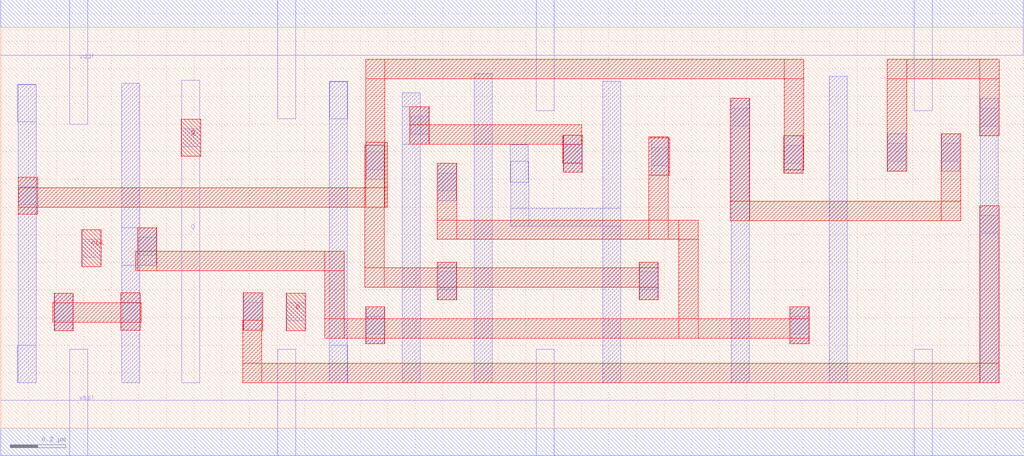
<source format=lef>
VERSION 5.8 ;
BUSBITCHARS "[]" ;
DIVIDERCHAR "/" ;

PROPERTYDEFINITIONS
  LAYER contactResistance REAL ;
END PROPERTYDEFINITIONS

UNITS
  DATABASE MICRONS 2000 ;
END UNITS
MANUFACTURINGGRID 0.0025 ;
LAYER OVERLAP
  TYPE OVERLAP ;
END OVERLAP

LAYER poly
  TYPE MASTERSLICE ;
END poly

LAYER contact
  TYPE CUT ;
  SPACING 0.075 ;
  PROPERTY contactResistance 10.5 ;
END contact

LAYER metal1
  TYPE ROUTING ;
  DIRECTION HORIZONTAL ;
  PITCH 0.19 0.19 ;
  WIDTH 0.065 ;
  SPACING 0.065 ;
  SPACING 0.065 SAMENET ;
  RESISTANCE RPERSQ 0.38 ;
END metal1

LAYER via1
  TYPE CUT ;
  SPACING 0.075 ;
  WIDTH 0.065 ;
  PROPERTY contactResistance 5.69 ;
END via1

LAYER metal2
  TYPE ROUTING ;
  DIRECTION VERTICAL ;
  PITCH 0.19 0.19 ;
  WIDTH 0.07 ;
  SPACING 0.075 ;
  SPACING 0.07 SAMENET ;
  RESISTANCE RPERSQ 0.25 ;
END metal2

LAYER via2
  TYPE CUT ;
  SPACING 0.085 ;
  WIDTH 0.07 ;
  PROPERTY contactResistance 11.39 ;
END via2

LAYER metal3
  TYPE ROUTING ;
  DIRECTION HORIZONTAL ;
  PITCH 0.19 0.19 ;
  WIDTH 0.07 ;
  SPACING 0.07 ;
  SPACING 0.07 SAMENET ;
  RESISTANCE RPERSQ 0.25 ;
END metal3

LAYER via3
  TYPE CUT ;
  SPACING 0.085 ;
  WIDTH 0.07 ;
  PROPERTY contactResistance 16.73 ;
END via3

LAYER metal4
  TYPE ROUTING ;
  DIRECTION VERTICAL ;
  PITCH 0.285 0.285 ;
  WIDTH 0.14 ;
  SPACING 0.14 ;
  SPACING 0.14 SAMENET ;
  RESISTANCE RPERSQ 0.25 ;
END metal4

LAYER via4
  TYPE CUT ;
  SPACING 0.16 ;
  WIDTH 0.14 ;
  PROPERTY contactResistance 21.44 ;
END via4

LAYER metal5
  TYPE ROUTING ;
  DIRECTION HORIZONTAL ;
  PITCH 0.285 0.285 ;
  WIDTH 0.14 ;
  SPACING 0.14 ;
  SPACING 0.14 SAMENET ;
  RESISTANCE RPERSQ 0.25 ;
END metal5

LAYER via5
  TYPE CUT ;
  SPACING 0.16 ;
  WIDTH 0.14 ;
  PROPERTY contactResistance 24.08 ;
END via5

LAYER metal6
  TYPE ROUTING ;
  DIRECTION VERTICAL ;
  PITCH 0.285 0.285 ;
  WIDTH 0.14 ;
  SPACING 0.14 ;
  SPACING 0.14 SAMENET ;
  RESISTANCE RPERSQ 0.25 ;
END metal6

LAYER via6
  TYPE CUT ;
  SPACING 0.16 ;
  WIDTH 0.14 ;
  PROPERTY contactResistance 11.39 ;
END via6

LAYER metal7
  TYPE ROUTING ;
  DIRECTION HORIZONTAL ;
  PITCH 0.855 0.855 ;
  WIDTH 0.4 ;
  SPACING 0.44 ;
  SPACING 0.44 SAMENET ;
  RESISTANCE RPERSQ 0.25 ;
END metal7

LAYER via7
  TYPE CUT ;
  SPACING 0.44 ;
  WIDTH 0.4 ;
  PROPERTY contactResistance 5.69 ;
END via7

LAYER metal8
  TYPE ROUTING ;
  DIRECTION VERTICAL ;
  PITCH 0.855 0.855 ;
  WIDTH 0.4 ;
  SPACING 0.44 ;
  SPACING 0.44 SAMENET ;
  RESISTANCE RPERSQ 0.25 ;
END metal8

LAYER via8
  TYPE CUT ;
  SPACING 0.44 ;
  WIDTH 0.4 ;
  PROPERTY contactResistance 16.73 ;
END via8

LAYER metal9
  TYPE ROUTING ;
  DIRECTION HORIZONTAL ;
  PITCH 1.71 1.71 ;
  WIDTH 0.8 ;
  SPACING 0.8 ;
  SPACING 0.8 SAMENET ;
  RESISTANCE RPERSQ 0.21 ;
END metal9

LAYER via9
  TYPE CUT ;
  SPACING 0.88 ;
  WIDTH 0.8 ;
  PROPERTY contactResistance 21.44 ;
END via9

LAYER metal10
  TYPE ROUTING ;
  DIRECTION VERTICAL ;
  PITCH 1.71 1.71 ;
  WIDTH 0.4 ;
  SPACING 0.8 ;
  SPACING 0.8 SAMENET ;
  RESISTANCE RPERSQ 0.21 ;
END metal10

VIARULE M2_M1 GENERATE
  LAYER metal1 ;
    ENCLOSURE 0 0.035 ;
  LAYER metal2 ;
    ENCLOSURE 0 0.035 ;
  LAYER via1 ;
    RECT -0.0325 -0.0325 0.0325 0.0325 ;
    SPACING 0.14 BY 0.14 ;
END M2_M1

VIARULE M3_M2 GENERATE
  LAYER metal2 ;
    ENCLOSURE 0 0.035 ;
  LAYER metal3 ;
    ENCLOSURE 0 0.035 ;
  LAYER via2 ;
    RECT -0.035 -0.035 0.035 0.035 ;
    SPACING 0.155 BY 0.155 ;
END M3_M2

VIARULE M4_M3 GENERATE
  LAYER metal3 ;
    ENCLOSURE 0 0.035 ;
  LAYER metal4 ;
    ENCLOSURE 0 0 ;
  LAYER via3 ;
    RECT -0.035 -0.035 0.035 0.035 ;
    SPACING 0.155 BY 0.155 ;
END M4_M3

VIARULE M5_M4 GENERATE
  LAYER metal4 ;
    ENCLOSURE 0 0 ;
  LAYER metal5 ;
    ENCLOSURE 0 0 ;
  LAYER via4 ;
    RECT -0.07 -0.07 0.07 0.07 ;
    SPACING 0.3 BY 0.3 ;
END M5_M4

VIARULE M6_M5 GENERATE
  LAYER metal5 ;
    ENCLOSURE 0 0 ;
  LAYER metal6 ;
    ENCLOSURE 0 0 ;
  LAYER via5 ;
    RECT -0.07 -0.07 0.07 0.07 ;
    SPACING 0.3 BY 0.3 ;
END M6_M5

VIARULE M7_M6 GENERATE
  LAYER metal6 ;
    ENCLOSURE 0 0 ;
  LAYER metal7 ;
    ENCLOSURE 0.13 0.13 ;
  LAYER via6 ;
    RECT -0.07 -0.07 0.07 0.07 ;
    SPACING 0.3 BY 0.3 ;
END M7_M6

VIARULE M8_M7 GENERATE
  LAYER metal7 ;
    ENCLOSURE 0 0 ;
  LAYER metal8 ;
    ENCLOSURE 0 0 ;
  LAYER via7 ;
    RECT -0.2 -0.2 0.2 0.2 ;
    SPACING 0.8 BY 0.8 ;
END M8_M7

VIARULE M9_M8 GENERATE
  LAYER metal8 ;
    ENCLOSURE 0 0 ;
  LAYER metal9 ;
    ENCLOSURE 0.2 0.2 ;
  LAYER via8 ;
    RECT -0.2 -0.2 0.2 0.2 ;
    SPACING 0.8 BY 0.8 ;
END M9_M8

VIARULE M10_M9 GENERATE
  LAYER metal9 ;
    ENCLOSURE 0 0 ;
  LAYER metal10 ;
    ENCLOSURE 0 0 ;
  LAYER via9 ;
    RECT -0.4 -0.4 0.4 0.4 ;
    SPACING 1.6 BY 1.6 ;
END M10_M9

VIARULE M1_POLY GENERATE
  LAYER poly ;
    ENCLOSURE 0 0 ;
  LAYER metal1 ;
    ENCLOSURE 0 0.035 ;
  LAYER contact ;
    RECT -0.0325 -0.0325 0.0325 0.0325 ;
    SPACING 0.14 BY 0.14 ;
END M1_POLY

VIA M2_M1_via DEFAULT
  LAYER metal1 ;
    RECT -0.0675 -0.0325 0.0675 0.0325 ;
  LAYER via1 ;
    RECT -0.0325 -0.0325 0.0325 0.0325 ;
  LAYER metal2 ;
    RECT -0.035 -0.0675 0.035 0.0675 ;
END M2_M1_via

VIA M3_M2_via DEFAULT
  LAYER metal2 ;
    RECT -0.035 -0.07 0.035 0.07 ;
  LAYER via2 ;
    RECT -0.035 -0.035 0.035 0.035 ;
  LAYER metal3 ;
    RECT -0.07 -0.035 0.07 0.035 ;
END M3_M2_via

VIA M4_M3_via DEFAULT
  LAYER metal3 ;
    RECT -0.07 -0.035 0.07 0.035 ;
  LAYER via3 ;
    RECT -0.035 -0.035 0.035 0.035 ;
  LAYER metal4 ;
    RECT -0.07 -0.07 0.07 0.07 ;
END M4_M3_via

VIA M5_M4_via DEFAULT
  LAYER metal4 ;
    RECT -0.07 -0.07 0.07 0.07 ;
  LAYER via4 ;
    RECT -0.07 -0.07 0.07 0.07 ;
  LAYER metal5 ;
    RECT -0.07 -0.07 0.07 0.07 ;
END M5_M4_via

VIA M6_M5_via DEFAULT
  LAYER metal5 ;
    RECT -0.07 -0.07 0.07 0.07 ;
  LAYER via5 ;
    RECT -0.07 -0.07 0.07 0.07 ;
  LAYER metal6 ;
    RECT -0.07 -0.07 0.07 0.07 ;
END M6_M5_via

VIA M7_M6_via DEFAULT
  LAYER metal6 ;
    RECT -0.07 -0.07 0.07 0.07 ;
  LAYER via6 ;
    RECT -0.07 -0.07 0.07 0.07 ;
  LAYER metal7 ;
    RECT -0.2 -0.2 0.2 0.2 ;
END M7_M6_via

VIA M8_M7_via DEFAULT
  LAYER metal7 ;
    RECT -0.2 -0.2 0.2 0.2 ;
  LAYER via7 ;
    RECT -0.2 -0.2 0.2 0.2 ;
  LAYER metal8 ;
    RECT -0.2 -0.2 0.2 0.2 ;
END M8_M7_via

VIA M9_M8_via DEFAULT
  LAYER metal8 ;
    RECT -0.2 -0.2 0.2 0.2 ;
  LAYER via8 ;
    RECT -0.2 -0.2 0.2 0.2 ;
  LAYER metal9 ;
    RECT -0.4 -0.4 0.4 0.4 ;
END M9_M8_via

VIA M10_M9_via DEFAULT
  LAYER metal9 ;
    RECT -0.4 -0.4 0.4 0.4 ;
  LAYER via9 ;
    RECT -0.4 -0.4 0.4 0.4 ;
  LAYER metal10 ;
    RECT -0.4 -0.4 0.4 0.4 ;
END M10_M9_via

VIA M2_M1_viaB DEFAULT
  LAYER metal1 ;
    RECT -0.0675 -0.0325 0.0675 0.0325 ;
  LAYER via1 ;
    RECT -0.0325 -0.0325 0.0325 0.0325 ;
  LAYER metal2 ;
    RECT -0.0675 -0.035 0.0675 0.035 ;
END M2_M1_viaB

VIA M2_M1_viaC DEFAULT
  LAYER metal1 ;
    RECT -0.0325 -0.0675 0.0325 0.0675 ;
  LAYER via1 ;
    RECT -0.0325 -0.0325 0.0325 0.0325 ;
  LAYER metal2 ;
    RECT -0.035 -0.0675 0.035 0.0675 ;
END M2_M1_viaC

VIA M3_M2_viaB DEFAULT
  LAYER metal2 ;
    RECT -0.035 -0.07 0.035 0.07 ;
  LAYER via2 ;
    RECT -0.035 -0.035 0.035 0.035 ;
  LAYER metal3 ;
    RECT -0.035 -0.07 0.035 0.07 ;
END M3_M2_viaB

VIA M3_M2_viaC DEFAULT
  LAYER metal2 ;
    RECT -0.07 -0.035 0.07 0.035 ;
  LAYER via2 ;
    RECT -0.035 -0.035 0.035 0.035 ;
  LAYER metal3 ;
    RECT -0.07 -0.035 0.07 0.035 ;
END M3_M2_viaC

VIA M4_M3_viaB DEFAULT
  LAYER metal3 ;
    RECT -0.035 -0.07 0.035 0.07 ;
  LAYER via3 ;
    RECT -0.035 -0.035 0.035 0.035 ;
  LAYER metal4 ;
    RECT -0.07 -0.07 0.07 0.07 ;
END M4_M3_viaB

SITE CoreSite
  CLASS CORE ;
  SIZE 0.005 BY 1.45 ;
END CoreSite

MACRO and2
  CLASS CORE ;
  ORIGIN 0 -0.1 ;
  FOREIGN and2 0 0.1 ;
  SIZE 0.8025 BY 1.45 ;
  SYMMETRY X Y ;
  SITE CoreSite ;
  PIN vdd!
    DIRECTION INOUT ;
    USE POWER ;
    SHAPE ABUTMENT ;
    PORT
      LAYER metal1 ;
        RECT 0 1.45 0.8025 1.65 ;
        RECT 0.6775 1.2375 0.7425 1.65 ;
        RECT 0.3025 1.26 0.3675 1.65 ;
    END
  END vdd!
  PIN vss!
    DIRECTION INOUT ;
    USE GROUND ;
    SHAPE ABUTMENT ;
    PORT
      LAYER metal1 ;
        RECT 0 0 0.8025 0.2 ;
        RECT 0.3025 0 0.3675 0.4225 ;
    END
  END vss!
  PIN A
    DIRECTION INPUT ;
    USE SIGNAL ;
    PORT
      LAYER metal1 ;
        RECT 0.335 0.6025 0.4 0.7375 ;
      LAYER metal2 ;
        RECT 0.3325 0.6025 0.4025 0.7375 ;
      LAYER via1 ;
        RECT 0.335 0.6375 0.4 0.7025 ;
    END
  END A
  PIN B
    DIRECTION INPUT ;
    USE SIGNAL ;
    PORT
      LAYER metal1 ;
        RECT 0.545 0.8925 0.61 1.0275 ;
      LAYER metal2 ;
        RECT 0.5425 0.8925 0.6125 1.0275 ;
      LAYER via1 ;
        RECT 0.545 0.9275 0.61 0.9925 ;
    END
  END B
  PIN Y
    DIRECTION OUTPUT ;
    USE SIGNAL ;
    PORT
      LAYER metal1 ;
        RECT 0.06 0.275 0.125 1.3725 ;
        RECT 0.0575 0.79 0.125 0.925 ;
      LAYER metal2 ;
        RECT 0.055 0.79 0.125 0.925 ;
      LAYER via1 ;
        RECT 0.0575 0.825 0.1225 0.89 ;
    END
  END Y
  OBS
    LAYER metal1 ;
      RECT 0.49 1.0925 0.555 1.36 ;
      RECT 0.2125 1.095 0.555 1.16 ;
      RECT 0.685 0.3475 0.75 1.1575 ;
      RECT 0.49 1.0925 0.75 1.1575 ;
      RECT 0.19 1.0225 0.255 1.1575 ;
      RECT 0.6775 0.315 0.7425 0.45 ;
  END
END and2

MACRO aoi21
  CLASS CORE ;
  ORIGIN 0 -0.1 ;
  FOREIGN aoi21 0 0.1 ;
  SIZE 0.75 BY 1.45 ;
  SYMMETRY X Y ;
  SITE CoreSite ;
  PIN vdd!
    DIRECTION INOUT ;
    USE POWER ;
    SHAPE ABUTMENT ;
    PORT
      LAYER metal1 ;
        RECT 0 1.45 0.75 1.65 ;
        RECT 0.06 1.0375 0.125 1.65 ;
    END
  END vdd!
  PIN vss!
    DIRECTION INOUT ;
    USE GROUND ;
    SHAPE ABUTMENT ;
    PORT
      LAYER metal1 ;
        RECT 0 0 0.75 0.2 ;
        RECT 0.625 0 0.69 0.36 ;
        RECT 0.06 0 0.125 0.4125 ;
    END
  END vss!
  PIN A
    DIRECTION INPUT ;
    USE SIGNAL ;
    PORT
      LAYER metal1 ;
        RECT 0.255 0.86 0.39 0.925 ;
      LAYER metal2 ;
        RECT 0.255 0.8575 0.39 0.9275 ;
      LAYER via1 ;
        RECT 0.29 0.86 0.355 0.925 ;
    END
  END A
  PIN B
    DIRECTION INPUT ;
    USE SIGNAL ;
    PORT
      LAYER metal1 ;
        RECT 0.48 0.7825 0.545 0.9175 ;
      LAYER metal2 ;
        RECT 0.4775 0.7825 0.5475 0.9175 ;
      LAYER via1 ;
        RECT 0.48 0.8175 0.545 0.8825 ;
    END
  END B
  PIN C
    DIRECTION INPUT ;
    USE SIGNAL ;
    PORT
      LAYER metal1 ;
        RECT 0.08 0.825 0.145 0.96 ;
      LAYER metal2 ;
        RECT 0.0775 0.825 0.1475 0.96 ;
      LAYER via1 ;
        RECT 0.08 0.86 0.145 0.925 ;
    END
  END C
  PIN Y
    DIRECTION OUTPUT ;
    USE SIGNAL ;
    PORT
      LAYER metal1 ;
        RECT 0.6375 0.79 0.7125 0.925 ;
        RECT 0.4375 1.0025 0.7025 1.0675 ;
        RECT 0.6375 0.575 0.7025 1.0675 ;
        RECT 0.2475 0.575 0.7025 0.64 ;
        RECT 0.4375 1.0025 0.5025 1.2175 ;
        RECT 0.2475 0.265 0.3125 0.64 ;
      LAYER metal2 ;
        RECT 0.645 0.79 0.715 0.925 ;
      LAYER via1 ;
        RECT 0.6475 0.825 0.7125 0.89 ;
    END
  END Y
  OBS
    LAYER metal1 ;
      RECT 0.625 1.1325 0.69 1.2725 ;
      RECT 0.2475 1.135 0.3125 1.275 ;
    LAYER metal2 ;
      RECT 0.245 1 0.315 1.275 ;
      RECT 0.6225 1 0.6925 1.2725 ;
      RECT 0.245 1 0.6925 1.07 ;
    LAYER via1 ;
      RECT 0.625 1.1725 0.69 1.2375 ;
      RECT 0.2475 1.175 0.3125 1.24 ;
  END
END aoi21

MACRO buf
  CLASS CORE ;
  ORIGIN 0 -0.1 ;
  FOREIGN buf 0 0.1 ;
  SIZE 0.605 BY 1.45 ;
  SYMMETRY X Y ;
  SITE CoreSite ;
  PIN vdd!
    DIRECTION INOUT ;
    USE POWER ;
    SHAPE ABUTMENT ;
    PORT
      LAYER metal1 ;
        RECT 0 1.45 0.605 1.65 ;
        RECT 0.27 1.23 0.335 1.65 ;
    END
  END vdd!
  PIN vss!
    DIRECTION INOUT ;
    USE GROUND ;
    SHAPE ABUTMENT ;
    PORT
      LAYER metal1 ;
        RECT 0 0 0.605 0.2 ;
        RECT 0.27 0 0.335 0.44 ;
    END
  END vss!
  PIN A
    DIRECTION INPUT ;
    USE SIGNAL ;
    PORT
      LAYER metal1 ;
        RECT 0.3225 0.7 0.3875 0.835 ;
      LAYER metal2 ;
        RECT 0.32 0.7 0.39 0.835 ;
      LAYER via1 ;
        RECT 0.3225 0.735 0.3875 0.8 ;
    END
  END A
  PIN Y
    DIRECTION OUTPUT ;
    USE SIGNAL ;
    PORT
      LAYER metal1 ;
        RECT 0.08 0.27 0.145 1.3725 ;
        RECT 0.0375 0.535 0.145 0.67 ;
      LAYER metal2 ;
        RECT 0.035 0.535 0.105 0.67 ;
      LAYER via1 ;
        RECT 0.0375 0.57 0.1025 0.635 ;
    END
  END Y
  OBS
    LAYER metal1 ;
      RECT 0.4575 0.265 0.5225 1.3725 ;
      RECT 0.4575 0.9725 0.5675 1.1075 ;
      RECT 0.21 0.9725 0.275 1.1075 ;
    LAYER metal2 ;
      RECT 0.5 0.9725 0.57 1.1075 ;
      RECT 0.2075 0.9725 0.2775 1.1075 ;
      RECT 0.2075 1.005 0.57 1.075 ;
    LAYER via1 ;
      RECT 0.5025 1.0075 0.5675 1.0725 ;
      RECT 0.21 1.0075 0.275 1.0725 ;
  END
END buf

MACRO dff
  CLASS CORE ;
  ORIGIN 0 -0.1 ;
  FOREIGN dff 0 0.1 ;
  SIZE 3.7025 BY 1.45 ;
  SYMMETRY X Y ;
  SITE CoreSite ;
  PIN vdd!
    DIRECTION INOUT ;
    USE POWER ;
    SHAPE ABUTMENT ;
    PORT
      LAYER metal1 ;
        RECT 0 1.45 3.7 1.65 ;
        RECT 3.305 1.2475 3.37 1.65 ;
        RECT 1.9375 1.2475 2.0025 1.65 ;
        RECT 1.0025 1.22 1.0675 1.65 ;
        RECT 0.25 1.2 0.315 1.65 ;
    END
  END vdd!
  PIN vss!
    DIRECTION INOUT ;
    USE GROUND ;
    SHAPE ABUTMENT ;
    PORT
      LAYER metal1 ;
        RECT 0 0 3.7025 0.2 ;
        RECT 3.305 0 3.37 0.385 ;
        RECT 1.9375 0 2.0025 0.385 ;
        RECT 1.0025 0 1.0675 0.385 ;
        RECT 0.25 0 0.315 0.385 ;
    END
  END vss!
  PIN CLK
    DIRECTION INPUT ;
    USE SIGNAL ;
    PORT
      LAYER metal1 ;
        RECT 0.295 0.6825 0.36 0.8175 ;
      LAYER metal2 ;
        RECT 0.2925 0.6825 0.3625 0.8175 ;
      LAYER via1 ;
        RECT 0.295 0.7175 0.36 0.7825 ;
    END
  END CLK
  PIN D
    DIRECTION INPUT ;
    USE SIGNAL ;
    PORT
      LAYER metal1 ;
        RECT 1.035 0.4525 1.1 0.5875 ;
      LAYER metal2 ;
        RECT 1.0325 0.4525 1.1025 0.5875 ;
      LAYER via1 ;
        RECT 1.035 0.4875 1.1 0.5525 ;
    END
  END D
  PIN Q
    DIRECTION OUTPUT ;
    USE SIGNAL ;
    PORT
      LAYER metal1 ;
        RECT 0.655 0.265 0.72 1.3575 ;
      LAYER metal2 ;
        RECT 0.6525 1.0825 0.7225 1.2175 ;
      LAYER via1 ;
        RECT 0.655 1.1175 0.72 1.1825 ;
    END
  END Q
  OBS
    LAYER metal1 ;
      RECT 2.1775 0.265 2.2425 1.355 ;
      RECT 1.8425 0.99 1.9075 1.125 ;
      RECT 1.845 0.83 1.91 1.065 ;
      RECT 1.845 0.83 2.2425 0.895 ;
      RECT 1.4525 0.265 1.5175 1.3125 ;
      RECT 1.4525 1.1275 1.5475 1.2625 ;
      RECT 1.19 1.22 1.255 1.355 ;
      RECT 1.1875 0.265 1.2525 1.3525 ;
      RECT 1.1875 0.265 1.255 0.4 ;
      RECT 0.4375 0.265 0.5025 1.3475 ;
      RECT 0.4375 0.69 0.5625 0.825 ;
      RECT 0.0625 0.265 0.1275 1.345 ;
      RECT 0.06 1.2075 0.1275 1.3425 ;
      RECT 0.0625 0.8725 0.13 1.0075 ;
      RECT 0.06 0.265 0.1275 0.4 ;
      RECT 3.545 0.265 3.61 1.2925 ;
      RECT 3.405 1.03 3.47 1.165 ;
      RECT 3.21 1.03 3.275 1.165 ;
      RECT 2.9975 0.265 3.0625 1.3725 ;
      RECT 2.8575 0.405 2.9225 0.54 ;
      RECT 2.835 1.0225 2.9 1.1575 ;
      RECT 2.6425 0.265 2.7075 1.2925 ;
      RECT 2.3525 1.015 2.4175 1.15 ;
      RECT 2.3125 0.565 2.3775 0.7 ;
      RECT 2.0375 1.025 2.1025 1.16 ;
      RECT 1.7125 0.265 1.7775 1.3825 ;
      RECT 1.5825 0.565 1.6475 0.7 ;
      RECT 1.5825 0.9225 1.6475 1.0575 ;
      RECT 1.3225 0.405 1.3875 0.54 ;
      RECT 1.3225 1 1.3875 1.135 ;
      RECT 0.88 0.455 0.945 0.59 ;
      RECT 0.195 0.4525 0.26 0.5875 ;
    LAYER metal2 ;
      RECT 3.5425 0.265 3.6125 0.905 ;
      RECT 0.8775 0.455 0.9475 0.59 ;
      RECT 0.875 0.265 0.945 0.49 ;
      RECT 0.875 0.265 3.6125 0.335 ;
      RECT 3.2075 1.365 3.6125 1.435 ;
      RECT 3.5425 1.1575 3.6125 1.435 ;
      RECT 3.2075 1.03 3.2775 1.435 ;
      RECT 2.64 0.85 2.71 1.2925 ;
      RECT 3.4025 0.85 3.4725 1.165 ;
      RECT 2.64 0.85 3.4725 0.92 ;
      RECT 2.345 0.7825 2.415 1.155 ;
      RECT 2.345 1.015 2.42 1.15 ;
      RECT 1.58 0.7825 1.65 1.0575 ;
      RECT 1.58 0.7825 2.5225 0.8525 ;
      RECT 2.4525 0.425 2.5225 0.8525 ;
      RECT 0.495 0.67 0.565 0.825 ;
      RECT 0.4875 0.67 1.2425 0.74 ;
      RECT 1.1725 0.425 1.2425 0.74 ;
      RECT 2.855 0.405 2.925 0.54 ;
      RECT 1.32 0.405 1.39 0.54 ;
      RECT 1.1725 0.425 2.925 0.495 ;
      RECT 1.32 1.365 2.905 1.435 ;
      RECT 2.835 1.035 2.905 1.435 ;
      RECT 1.32 0.9 1.39 1.435 ;
      RECT 2.8325 1.0225 2.9025 1.1575 ;
      RECT 1.32 0.9 1.3975 1.135 ;
      RECT 1.3175 0.61 1.3875 1.1225 ;
      RECT 0.0625 0.8725 0.1325 1.0075 ;
      RECT 0.0625 0.9 1.3975 0.97 ;
      RECT 2.31 0.565 2.38 0.7 ;
      RECT 1.58 0.565 1.65 0.7 ;
      RECT 1.3175 0.61 2.38 0.68 ;
      RECT 1.48 1.1275 1.55 1.2625 ;
      RECT 1.48 1.1275 2.1025 1.1975 ;
      RECT 2.035 1.025 2.105 1.16 ;
      RECT 2.0325 1.0575 2.105 1.16 ;
      RECT 0.435 0.455 0.505 0.59 ;
      RECT 0.1925 0.4525 0.2625 0.5875 ;
      RECT 0.1875 0.4825 0.5075 0.5525 ;
    LAYER via1 ;
      RECT 3.545 0.805 3.61 0.87 ;
      RECT 3.545 1.1925 3.61 1.2575 ;
      RECT 3.405 1.065 3.47 1.13 ;
      RECT 3.21 1.065 3.275 1.13 ;
      RECT 2.8575 0.44 2.9225 0.505 ;
      RECT 2.835 1.0575 2.9 1.1225 ;
      RECT 2.6425 1.1925 2.7075 1.2575 ;
      RECT 2.3525 1.05 2.4175 1.115 ;
      RECT 2.3125 0.6 2.3775 0.665 ;
      RECT 2.0375 1.06 2.1025 1.125 ;
      RECT 1.5825 0.6 1.6475 0.665 ;
      RECT 1.5825 0.9575 1.6475 1.0225 ;
      RECT 1.4825 1.1625 1.5475 1.2275 ;
      RECT 1.3225 0.44 1.3875 0.505 ;
      RECT 1.3225 1.035 1.3875 1.1 ;
      RECT 0.88 0.49 0.945 0.555 ;
      RECT 0.4975 0.725 0.5625 0.79 ;
      RECT 0.4375 0.49 0.5025 0.555 ;
      RECT 0.195 0.4875 0.26 0.5525 ;
      RECT 0.065 0.9075 0.13 0.9725 ;
  END
END dff

MACRO inv
  CLASS CORE ;
  ORIGIN 0 -0.1 ;
  FOREIGN inv 0 0.1 ;
  SIZE 0.385 BY 1.45 ;
  SYMMETRY X Y ;
  SITE CoreSite ;
  PIN vdd!
    DIRECTION INOUT ;
    USE POWER ;
    SHAPE ABUTMENT ;
    PORT
      LAYER metal1 ;
        RECT 0 1.45 0.385 1.65 ;
        RECT 0.06 1.23 0.125 1.65 ;
    END
  END vdd!
  PIN vss!
    DIRECTION INOUT ;
    USE GROUND ;
    SHAPE ABUTMENT ;
    PORT
      LAYER metal1 ;
        RECT 0 0 0.385 0.2 ;
        RECT 0.06 0 0.125 0.415 ;
    END
  END vss!
  PIN A
    DIRECTION INPUT ;
    USE SIGNAL ;
    PORT
      LAYER metal1 ;
        RECT 0.0925 0.825 0.1575 0.96 ;
      LAYER metal2 ;
        RECT 0.09 0.825 0.16 0.96 ;
      LAYER via1 ;
        RECT 0.0925 0.86 0.1575 0.925 ;
    END
  END A
  PIN Y
    DIRECTION OUTPUT ;
    USE SIGNAL ;
    PORT
      LAYER metal1 ;
        RECT 0.25 0.725 0.3375 0.86 ;
        RECT 0.25 0.28 0.315 1.3725 ;
      LAYER metal2 ;
        RECT 0.27 0.725 0.34 0.86 ;
      LAYER via1 ;
        RECT 0.2725 0.76 0.3375 0.825 ;
    END
  END Y
END inv

MACRO latch
  CLASS CORE ;
  ORIGIN 0 -0.1 ;
  FOREIGN latch 0 0.1 ;
  SIZE 1.8925 BY 1.45 ;
  SYMMETRY X Y ;
  SITE CoreSite ;
  PIN vdd!
    DIRECTION INOUT ;
    USE POWER ;
    SHAPE ABUTMENT ;
    PORT
      LAYER metal1 ;
        RECT 0 1.45 1.8925 1.65 ;
        RECT 1.5275 1.2475 1.5925 1.65 ;
        RECT 0.5925 1.22 0.6575 1.65 ;
        RECT 0.25 1.2 0.315 1.65 ;
    END
  END vdd!
  PIN vss!
    DIRECTION INOUT ;
    USE GROUND ;
    SHAPE ABUTMENT ;
    PORT
      LAYER metal1 ;
        RECT 0 0 1.8925 0.2 ;
        RECT 1.5275 0 1.5925 0.385 ;
        RECT 0.5925 0 0.6575 0.385 ;
        RECT 0.25 0 0.315 0.385 ;
    END
  END vss!
  PIN D
    DIRECTION INPUT ;
    USE SIGNAL ;
    PORT
      LAYER metal1 ;
        RECT 0.5925 0.4525 0.6575 0.5875 ;
      LAYER metal2 ;
        RECT 0.59 0.4525 0.66 0.5875 ;
      LAYER via1 ;
        RECT 0.5925 0.4875 0.6575 0.5525 ;
    END
  END D
  PIN EN
    DIRECTION INPUT ;
    USE SIGNAL ;
    PORT
      LAYER metal1 ;
        RECT 0.295 0.925 0.36 1.06 ;
      LAYER metal2 ;
        RECT 0.2925 0.925 0.3625 1.06 ;
      LAYER via1 ;
        RECT 0.295 0.96 0.36 1.025 ;
    END
  END EN
  PIN Q
    DIRECTION OUTPUT ;
    USE SIGNAL ;
    PORT
      LAYER metal1 ;
        RECT 1.7675 0.265 1.8325 1.355 ;
        RECT 1.4325 1.03 1.4975 1.165 ;
      LAYER metal2 ;
        RECT 1.765 0.89 1.835 1.355 ;
        RECT 1.4325 0.89 1.835 0.96 ;
        RECT 1.43 1.03 1.5025 1.165 ;
        RECT 1.4325 0.89 1.5025 1.165 ;
      LAYER via1 ;
        RECT 1.4325 1.065 1.4975 1.13 ;
        RECT 1.7675 1.255 1.8325 1.32 ;
    END
  END Q
  OBS
    LAYER metal1 ;
      RECT 0.78 1.22 0.845 1.355 ;
      RECT 0.7775 0.265 0.8425 1.3325 ;
      RECT 0.7775 0.265 0.845 0.4 ;
      RECT 0.06 1.2075 0.1275 1.3425 ;
      RECT 0.0625 0.265 0.1275 1.3425 ;
      RECT 0.06 0.265 0.1275 0.4 ;
      RECT 1.6275 1.03 1.6925 1.165 ;
      RECT 1.3025 0.265 1.3675 1.355 ;
      RECT 1.1725 0.405 1.2375 0.54 ;
      RECT 1.1725 0.96 1.2375 1.095 ;
      RECT 1.0425 0.265 1.1075 1.355 ;
      RECT 0.9125 0.405 0.9775 0.54 ;
      RECT 0.9125 1.015 0.9775 1.15 ;
      RECT 0.4375 0.265 0.5025 1.3425 ;
      RECT 0.195 0.47 0.26 0.605 ;
    LAYER metal2 ;
      RECT 1.04 1.43 1.69 1.5 ;
      RECT 1.62 1.03 1.69 1.5 ;
      RECT 1.04 1.22 1.11 1.5 ;
      RECT 1.62 1.03 1.695 1.165 ;
      RECT 1.17 0.96 1.24 1.095 ;
      RECT 1.1725 0.75 1.2425 1.02 ;
      RECT 1.1725 0.75 1.5 0.82 ;
      RECT 1.43 0.125 1.5 0.82 ;
      RECT 0.8825 0.405 0.98 0.54 ;
      RECT 0.8825 0.125 0.9525 0.54 ;
      RECT 0.0575 0.125 0.1275 0.4 ;
      RECT 0.0575 0.125 1.5 0.195 ;
      RECT 0.435 1.0375 0.505 1.3425 ;
      RECT 0.91 0.61 0.98 1.15 ;
      RECT 0.435 1.0375 0.98 1.1075 ;
      RECT 0.91 0.61 1.2375 0.68 ;
      RECT 1.1675 0.4275 1.2375 0.68 ;
      RECT 1.17 0.405 1.24 0.54 ;
      RECT 0.435 0.4725 0.505 0.6075 ;
      RECT 0.1925 0.47 0.2625 0.605 ;
      RECT 0.1875 0.5 0.5075 0.57 ;
    LAYER via1 ;
      RECT 1.6275 1.065 1.6925 1.13 ;
      RECT 1.1725 0.44 1.2375 0.505 ;
      RECT 1.1725 0.995 1.2375 1.06 ;
      RECT 1.0425 1.255 1.1075 1.32 ;
      RECT 0.9125 0.44 0.9775 0.505 ;
      RECT 0.9125 1.05 0.9775 1.115 ;
      RECT 0.4375 0.5075 0.5025 0.5725 ;
      RECT 0.4375 1.2425 0.5025 1.3075 ;
      RECT 0.195 0.505 0.26 0.57 ;
      RECT 0.06 0.3 0.125 0.365 ;
  END
END latch

MACRO mux2
  CLASS CORE ;
  ORIGIN 0 -0.1 ;
  FOREIGN mux2 0 0.1 ;
  SIZE 1.6225 BY 1.45 ;
  SYMMETRY X Y ;
  SITE CoreSite ;
  PIN vdd!
    DIRECTION INOUT ;
    USE POWER ;
    SHAPE ABUTMENT ;
    PORT
      LAYER metal1 ;
        RECT 0 1.45 1.6225 1.65 ;
        RECT 1.46 1.29 1.525 1.65 ;
        RECT 0.6725 1.265 0.7375 1.65 ;
        RECT 0.06 1.0225 0.125 1.65 ;
    END
  END vdd!
  PIN vss!
    DIRECTION INOUT ;
    USE GROUND ;
    SHAPE ABUTMENT ;
    PORT
      LAYER metal1 ;
        RECT 0 0 1.6225 0.2 ;
        RECT 1.4975 0 1.5625 0.3625 ;
        RECT 0.6725 0 0.7375 0.415 ;
        RECT 0.06 0 0.125 0.455 ;
    END
  END vss!
  PIN A
    DIRECTION INPUT ;
    USE SIGNAL ;
    PORT
      LAYER metal1 ;
        RECT 1.4375 0.49 1.5725 0.555 ;
        RECT 0.9625 1.0425 1.555 1.1125 ;
        RECT 1.485 0.49 1.555 1.1125 ;
        RECT 0.9325 0.9125 1.0675 0.9775 ;
        RECT 0.9625 0.9125 1.0325 1.1125 ;
      LAYER metal2 ;
        RECT 1.4375 0.4875 1.5725 0.5575 ;
      LAYER via1 ;
        RECT 1.4725 0.49 1.5375 0.555 ;
    END
  END A
  PIN B
    DIRECTION INPUT ;
    USE SIGNAL ;
    PORT
      LAYER metal1 ;
        RECT 0.72 0.9125 0.855 0.9775 ;
      LAYER metal2 ;
        RECT 0.72 0.91 0.855 0.98 ;
      LAYER via1 ;
        RECT 0.755 0.9125 0.82 0.9775 ;
    END
  END B
  PIN S0
    DIRECTION INPUT ;
    USE SIGNAL ;
    PORT
      LAYER metal1 ;
        RECT 1.28 0.91 1.415 0.975 ;
        RECT 0.8925 0.63 1.0275 0.695 ;
        RECT 0.0375 0.735 0.1725 0.8025 ;
      LAYER metal2 ;
        RECT 1.28 0.9075 1.415 0.9775 ;
        RECT 1.3 0.6275 1.37 0.9775 ;
        RECT 0.105 0.6275 1.37 0.6975 ;
        RECT 0.0375 0.735 0.175 0.805 ;
        RECT 0.105 0.6275 0.175 0.805 ;
      LAYER via1 ;
        RECT 0.0725 0.7375 0.1375 0.8025 ;
        RECT 0.9275 0.63 0.9925 0.695 ;
        RECT 1.315 0.91 1.38 0.975 ;
    END
  END S0
  PIN Y
    DIRECTION OUTPUT ;
    USE SIGNAL ;
    PORT
      LAYER metal1 ;
        RECT 0.4175 0.275 0.4825 1.3225 ;
        RECT 0.415 0.7675 0.4825 0.9025 ;
      LAYER metal2 ;
        RECT 0.4125 0.7675 0.4825 0.9025 ;
      LAYER via1 ;
        RECT 0.415 0.8025 0.48 0.8675 ;
    END
  END Y
  OBS
    LAYER metal1 ;
      RECT 0.9725 0.7725 1.1625 0.8375 ;
      RECT 1.0975 0.3125 1.1625 0.8375 ;
      RECT 0.975 0.77 1.1625 0.8375 ;
      RECT 1.05 0.2775 1.115 0.4125 ;
      RECT 0.25 0.29 0.315 1.355 ;
      RECT 0.21 0.49 0.345 0.555 ;
      RECT 1.2325 0.49 1.3675 0.555 ;
      RECT 1.27 1.185 1.335 1.32 ;
      RECT 1.0475 1.18 1.1825 1.245 ;
      RECT 0.86 1.185 0.925 1.32 ;
      RECT 0.5525 0.77 0.6875 0.835 ;
    LAYER metal2 ;
      RECT 0.8575 1.3175 1.3375 1.3875 ;
      RECT 1.2675 1.185 1.3375 1.3875 ;
      RECT 0.8575 1.185 0.9275 1.3875 ;
      RECT 1.0475 1.1775 1.1825 1.2475 ;
      RECT 1.08 0.7675 1.15 1.2475 ;
      RECT 0.5525 0.7675 1.15 0.8375 ;
      RECT 0.1825 0.4875 1.3675 0.5575 ;
    LAYER via1 ;
      RECT 1.27 1.22 1.335 1.285 ;
      RECT 1.2675 0.49 1.3325 0.555 ;
      RECT 1.0825 1.18 1.1475 1.245 ;
      RECT 1.01 0.77 1.075 0.835 ;
      RECT 0.86 1.22 0.925 1.285 ;
      RECT 0.5875 0.77 0.6525 0.835 ;
      RECT 0.245 0.49 0.31 0.555 ;
  END
END mux2

MACRO nand2
  CLASS CORE ;
  ORIGIN 0 -0.1 ;
  FOREIGN nand2 0 0.1 ;
  SIZE 0.56 BY 1.45 ;
  SYMMETRY X Y ;
  SITE CoreSite ;
  PIN vdd!
    DIRECTION INOUT ;
    USE POWER ;
    SHAPE ABUTMENT ;
    PORT
      LAYER metal1 ;
        RECT 0 1.45 0.56 1.65 ;
        RECT 0.435 1.0575 0.5 1.65 ;
        RECT 0.06 1.0375 0.125 1.65 ;
    END
  END vdd!
  PIN vss!
    DIRECTION INOUT ;
    USE GROUND ;
    SHAPE ABUTMENT ;
    PORT
      LAYER metal1 ;
        RECT 0 0 0.56 0.2 ;
        RECT 0.06 0 0.125 0.4225 ;
    END
  END vss!
  PIN A
    DIRECTION INPUT ;
    USE SIGNAL ;
    PORT
      LAYER metal1 ;
        RECT 0.05 0.79 0.185 0.855 ;
      LAYER metal2 ;
        RECT 0.05 0.7875 0.185 0.8575 ;
      LAYER via1 ;
        RECT 0.085 0.79 0.15 0.855 ;
    END
  END A
  PIN B
    DIRECTION INPUT ;
    USE SIGNAL ;
    PORT
      LAYER metal1 ;
        RECT 0.255 0.785 0.39 0.85 ;
      LAYER metal2 ;
        RECT 0.255 0.7825 0.39 0.8525 ;
      LAYER via1 ;
        RECT 0.29 0.785 0.355 0.85 ;
    END
  END B
  PIN Y
    DIRECTION OUTPUT ;
    USE SIGNAL ;
    PORT
      LAYER metal1 ;
        RECT 0.2475 0.915 0.52 0.98 ;
        RECT 0.455 0.28 0.52 0.98 ;
        RECT 0.435 0.2775 0.5 0.485 ;
        RECT 0.2475 0.915 0.3125 1.155 ;
      LAYER metal2 ;
        RECT 0.245 0.925 0.315 1.06 ;
      LAYER via1 ;
        RECT 0.2475 0.96 0.3125 1.025 ;
    END
  END Y
END nand2

MACRO nor2
  CLASS CORE ;
  ORIGIN 0 -0.1 ;
  FOREIGN nor2 0 0.1 ;
  SIZE 0.56 BY 1.45 ;
  SYMMETRY X Y ;
  SITE CoreSite ;
  PIN vdd!
    DIRECTION INOUT ;
    USE POWER ;
    SHAPE ABUTMENT ;
    PORT
      LAYER metal1 ;
        RECT 0 1.45 0.56 1.65 ;
        RECT 0.06 1.0375 0.125 1.65 ;
    END
  END vdd!
  PIN vss!
    DIRECTION INOUT ;
    USE GROUND ;
    SHAPE ABUTMENT ;
    PORT
      LAYER metal1 ;
        RECT 0 0 0.56 0.2 ;
        RECT 0.435 0 0.5 0.385 ;
        RECT 0.06 0 0.125 0.3975 ;
    END
  END vss!
  PIN A
    DIRECTION INPUT ;
    USE SIGNAL ;
    PORT
      LAYER metal1 ;
        RECT 0.035 0.9075 0.17 0.9725 ;
      LAYER metal2 ;
        RECT 0.035 0.905 0.17 0.975 ;
      LAYER via1 ;
        RECT 0.07 0.9075 0.135 0.9725 ;
    END
  END A
  PIN B
    DIRECTION INPUT ;
    USE SIGNAL ;
    PORT
      LAYER metal1 ;
        RECT 0.39 0.545 0.455 0.68 ;
      LAYER metal2 ;
        RECT 0.3875 0.545 0.4575 0.68 ;
      LAYER via1 ;
        RECT 0.39 0.58 0.455 0.645 ;
    END
  END B
  PIN Y
    DIRECTION OUTPUT ;
    USE SIGNAL ;
    PORT
      LAYER metal1 ;
        RECT 0.455 0.8 0.5225 0.935 ;
        RECT 0.435 1.0575 0.52 1.1925 ;
        RECT 0.455 0.7775 0.52 1.1925 ;
        RECT 0.2475 0.7775 0.52 0.8425 ;
        RECT 0.2475 0.265 0.3125 0.8425 ;
      LAYER metal2 ;
        RECT 0.455 0.8 0.525 0.935 ;
      LAYER via1 ;
        RECT 0.4575 0.835 0.5225 0.9 ;
    END
  END Y
END nor2

MACRO oai21
  CLASS CORE ;
  ORIGIN 0 -0.1 ;
  FOREIGN oai21 0 0.1 ;
  SIZE 0.75 BY 1.45 ;
  SYMMETRY X Y ;
  SITE CoreSite ;
  PIN vdd!
    DIRECTION INOUT ;
    USE POWER ;
    SHAPE ABUTMENT ;
    PORT
      LAYER metal1 ;
        RECT 0 1.45 0.75 1.65 ;
        RECT 0.625 1.2525 0.69 1.65 ;
        RECT 0.06 1.065 0.125 1.65 ;
    END
  END vdd!
  PIN vss!
    DIRECTION INOUT ;
    USE GROUND ;
    SHAPE ABUTMENT ;
    PORT
      LAYER metal1 ;
        RECT 0 0 0.75 0.2 ;
        RECT 0.06 0 0.125 0.4125 ;
    END
  END vss!
  PIN A
    DIRECTION INPUT ;
    USE SIGNAL ;
    PORT
      LAYER metal1 ;
        RECT 0.5 0.7325 0.565 0.8675 ;
      LAYER metal2 ;
        RECT 0.4975 0.7325 0.5675 0.8675 ;
      LAYER via1 ;
        RECT 0.5 0.7675 0.565 0.8325 ;
    END
  END A
  PIN B
    DIRECTION INPUT ;
    USE SIGNAL ;
    PORT
      LAYER metal1 ;
        RECT 0.3075 0.7375 0.3725 0.8725 ;
      LAYER metal2 ;
        RECT 0.305 0.7375 0.375 0.8725 ;
      LAYER via1 ;
        RECT 0.3075 0.7725 0.3725 0.8375 ;
    END
  END B
  PIN C
    DIRECTION INPUT ;
    USE SIGNAL ;
    PORT
      LAYER metal1 ;
        RECT 0.1025 0.7375 0.1675 0.8725 ;
      LAYER metal2 ;
        RECT 0.1 0.7375 0.17 0.8725 ;
      LAYER via1 ;
        RECT 0.1025 0.7725 0.1675 0.8375 ;
    END
  END C
  PIN Y
    DIRECTION OUTPUT ;
    USE SIGNAL ;
    PORT
      LAYER metal1 ;
        RECT 0.2475 0.995 0.715 1.06 ;
        RECT 0.65 0.5175 0.715 1.06 ;
        RECT 0.6475 0.7375 0.715 0.8725 ;
        RECT 0.4375 0.5175 0.715 0.5825 ;
        RECT 0.4375 0.265 0.5025 0.5825 ;
        RECT 0.2475 0.995 0.3125 1.2075 ;
      LAYER metal2 ;
        RECT 0.645 0.7375 0.715 0.8725 ;
        RECT 0.245 1.0725 0.315 1.2075 ;
      LAYER via1 ;
        RECT 0.2475 1.1075 0.3125 1.1725 ;
        RECT 0.6475 0.7725 0.7125 0.8375 ;
    END
  END Y
  OBS
    LAYER metal1 ;
      RECT 0.625 0.265 0.69 0.4 ;
      RECT 0.2475 0.265 0.3125 0.4125 ;
    LAYER metal2 ;
      RECT 0.245 0.435 0.6925 0.505 ;
      RECT 0.6225 0.265 0.6925 0.505 ;
      RECT 0.245 0.26 0.315 0.505 ;
    LAYER via1 ;
      RECT 0.625 0.3 0.69 0.365 ;
      RECT 0.2475 0.3075 0.3125 0.3725 ;
  END
END oai21

MACRO or2
  CLASS CORE ;
  ORIGIN 0 -0.1 ;
  FOREIGN or2 0 0.1 ;
  SIZE 0.8 BY 1.45 ;
  SYMMETRY X Y ;
  SITE CoreSite ;
  PIN vdd!
    DIRECTION INOUT ;
    USE POWER ;
    SHAPE ABUTMENT ;
    PORT
      LAYER metal1 ;
        RECT 0 1.45 0.8 1.65 ;
        RECT 0.3 1.2175 0.365 1.65 ;
    END
  END vdd!
  PIN vss!
    DIRECTION INOUT ;
    USE GROUND ;
    SHAPE ABUTMENT ;
    PORT
      LAYER metal1 ;
        RECT 0 0 0.8 0.2 ;
        RECT 0.675 0 0.74 0.385 ;
        RECT 0.3 0 0.365 0.385 ;
    END
  END vss!
  PIN A
    DIRECTION INPUT ;
    USE SIGNAL ;
    PORT
      LAYER metal1 ;
        RECT 0.29 0.915 0.425 0.98 ;
      LAYER metal2 ;
        RECT 0.29 0.9125 0.425 0.9825 ;
      LAYER via1 ;
        RECT 0.325 0.915 0.39 0.98 ;
    END
  END A
  PIN B
    DIRECTION INPUT ;
    USE SIGNAL ;
    PORT
      LAYER metal1 ;
        RECT 0.495 0.9125 0.63 0.9775 ;
      LAYER metal2 ;
        RECT 0.495 0.91 0.63 0.98 ;
      LAYER via1 ;
        RECT 0.53 0.9125 0.595 0.9775 ;
    END
  END B
  PIN Y
    DIRECTION OUTPUT ;
    USE SIGNAL ;
    PORT
      LAYER metal1 ;
        RECT 0.06 0.265 0.125 1.2325 ;
        RECT 0.0375 0.785 0.125 0.92 ;
      LAYER metal2 ;
        RECT 0.035 0.785 0.105 0.92 ;
      LAYER via1 ;
        RECT 0.0375 0.82 0.1025 0.885 ;
    END
  END Y
  OBS
    LAYER metal1 ;
      RECT 0.675 1.1225 0.765 1.2575 ;
      RECT 0.7 0.7775 0.765 1.2575 ;
      RECT 0.4875 0.7775 0.765 0.8425 ;
      RECT 0.1925 0.765 0.5525 0.83 ;
      RECT 0.4875 0.265 0.5525 0.8425 ;
  END
END or2

MACRO xnor2
  CLASS CORE ;
  ORIGIN 0 -0.1 ;
  FOREIGN xnor2 0 0.1 ;
  SIZE 1.205 BY 1.45 ;
  SYMMETRY X Y ;
  SITE CoreSite ;
  PIN vdd!
    DIRECTION INOUT ;
    USE POWER ;
    SHAPE ABUTMENT ;
    PORT
      LAYER metal1 ;
        RECT 0 1.45 1.205 1.65 ;
        RECT 1.08 1.29 1.145 1.65 ;
        RECT 0.515 1.2175 0.58 1.65 ;
        RECT 0.095 1.27 0.16 1.65 ;
    END
  END vdd!
  PIN vss!
    DIRECTION INOUT ;
    USE GROUND ;
    SHAPE ABUTMENT ;
    PORT
      LAYER metal1 ;
        RECT 0 0 1.205 0.2 ;
        RECT 0.515 0 0.58 0.36 ;
    END
  END vss!
  PIN A
    DIRECTION INPUT ;
    USE SIGNAL ;
    PORT
      LAYER metal1 ;
        RECT 0.955 0.83 1.02 0.965 ;
        RECT 0.4225 1.025 1.0075 1.09 ;
        RECT 0.9425 0.86 1.0075 1.09 ;
        RECT 0.4225 0.8225 0.4875 1.09 ;
        RECT 0.42 0.8175 0.485 0.9525 ;
      LAYER metal2 ;
        RECT 0.9525 0.83 1.0225 0.965 ;
        RECT 0.4175 0.8175 0.4875 0.9525 ;
      LAYER via1 ;
        RECT 0.42 0.8525 0.485 0.9175 ;
        RECT 0.955 0.865 1.02 0.93 ;
    END
  END A
  PIN B
    DIRECTION INPUT ;
    USE SIGNAL ;
    PORT
      LAYER metal1 ;
        RECT 0.745 0.8175 0.81 0.9525 ;
        RECT 0.0775 0.89 0.2125 0.955 ;
      LAYER metal2 ;
        RECT 0.1425 1.0225 0.8175 1.0925 ;
        RECT 0.7475 0.865 0.8175 1.0925 ;
        RECT 0.7425 0.8175 0.8125 0.9525 ;
        RECT 0.1425 0.885 0.2125 1.0925 ;
        RECT 0.0775 0.8875 0.2125 0.9575 ;
      LAYER via1 ;
        RECT 0.1125 0.89 0.1775 0.955 ;
        RECT 0.745 0.8525 0.81 0.9175 ;
    END
  END B
  PIN Y
    DIRECTION OUTPUT ;
    USE SIGNAL ;
    PORT
      LAYER metal1 ;
        RECT 0.7025 1.16 1.17 1.225 ;
        RECT 1.105 0.6375 1.17 1.225 ;
        RECT 1.1025 0.8375 1.17 0.9725 ;
        RECT 0.8925 0.6375 1.17 0.7025 ;
        RECT 0.8925 0.265 0.9575 0.7025 ;
        RECT 0.7025 1.16 0.7675 1.36 ;
      LAYER metal2 ;
        RECT 1.1 0.8375 1.17 0.9725 ;
        RECT 0.7 1.225 0.77 1.36 ;
      LAYER via1 ;
        RECT 0.7025 1.26 0.7675 1.325 ;
        RECT 1.1025 0.8725 1.1675 0.9375 ;
    END
  END Y
  OBS
    LAYER metal1 ;
      RECT 0.2825 0.6875 0.3475 1.385 ;
      RECT 0.57 0.6875 0.635 0.95 ;
      RECT 0.095 0.6875 0.635 0.7525 ;
      RECT 0.095 0.265 0.16 0.7525 ;
      RECT 1.08 0.265 1.145 0.4 ;
      RECT 0.7025 0.265 0.7675 0.4125 ;
    LAYER metal2 ;
      RECT 0.7 0.2 0.77 0.4125 ;
      RECT 1.075 0.265 1.1475 0.4 ;
      RECT 0.7 0.2 1.145 0.27 ;
    LAYER via1 ;
      RECT 1.08 0.3 1.145 0.365 ;
      RECT 0.7025 0.3075 0.7675 0.3725 ;
  END
END xnor2

MACRO xor2
  CLASS CORE ;
  ORIGIN 0 -0.1 ;
  FOREIGN xor2 0 0.1 ;
  SIZE 1.28 BY 1.45 ;
  SYMMETRY X Y ;
  SITE CoreSite ;
  PIN vdd!
    DIRECTION INOUT ;
    USE POWER ;
    SHAPE ABUTMENT ;
    PORT
      LAYER metal1 ;
        RECT 0 1.45 1.28 1.65 ;
        RECT 0.59 1.2675 0.655 1.65 ;
    END
  END vdd!
  PIN vss!
    DIRECTION INOUT ;
    USE GROUND ;
    SHAPE ABUTMENT ;
    PORT
      LAYER metal1 ;
        RECT 0 0 1.28 0.2 ;
        RECT 1.155 0 1.22 0.36 ;
        RECT 0.59 0 0.655 0.385 ;
        RECT 0.06 0 0.125 0.3975 ;
    END
  END vss!
  PIN A
    DIRECTION INPUT ;
    USE SIGNAL ;
    PORT
      LAYER metal1 ;
        RECT 0.19 1.04 0.9025 1.105 ;
        RECT 0.8375 0.895 0.9025 1.105 ;
        RECT 0.82 0.8125 0.885 0.9475 ;
        RECT 0.19 0.8175 0.255 1.105 ;
        RECT 0.1825 0.8125 0.2475 0.9475 ;
      LAYER metal2 ;
        RECT 0.8175 0.8125 0.8875 0.9475 ;
        RECT 0.18 0.8125 0.25 0.9475 ;
      LAYER via1 ;
        RECT 0.1825 0.8475 0.2475 0.9125 ;
        RECT 0.82 0.8475 0.885 0.9125 ;
    END
  END A
  PIN B
    DIRECTION INPUT ;
    USE SIGNAL ;
    PORT
      LAYER metal1 ;
        RECT 1.03 0.8125 1.095 0.9475 ;
        RECT 0.3875 0.8125 0.4525 0.9475 ;
      LAYER metal2 ;
        RECT 1.0275 0.8125 1.0975 0.9475 ;
        RECT 0.995 0.48 1.065 0.9275 ;
        RECT 0.3875 0.48 1.065 0.55 ;
        RECT 0.3875 0.48 0.4575 0.9125 ;
        RECT 0.385 0.8125 0.455 0.9475 ;
      LAYER via1 ;
        RECT 0.3875 0.8475 0.4525 0.9125 ;
        RECT 1.03 0.8475 1.095 0.9125 ;
    END
  END B
  PIN Y
    DIRECTION OUTPUT ;
    USE SIGNAL ;
    PORT
      LAYER metal1 ;
        RECT 0.9675 1.04 1.245 1.105 ;
        RECT 1.18 0.4725 1.245 1.105 ;
        RECT 1.175 0.79 1.245 0.925 ;
        RECT 0.7775 0.4725 1.245 0.5375 ;
        RECT 0.9675 1.04 1.0325 1.2175 ;
        RECT 0.7775 0.265 0.8425 0.5375 ;
      LAYER metal2 ;
        RECT 1.1725 0.79 1.2425 0.925 ;
      LAYER via1 ;
        RECT 1.175 0.825 1.24 0.89 ;
    END
  END Y
  OBS
    LAYER metal1 ;
      RECT 0.035 0.5375 0.1 1.195 ;
      RECT 0.035 1.0575 0.125 1.1925 ;
      RECT 0.6375 0.8125 0.7025 0.9475 ;
      RECT 0.5925 0.5375 0.6575 0.925 ;
      RECT 0.035 0.5375 0.6575 0.6025 ;
      RECT 0.2475 0.265 0.3125 0.6025 ;
      RECT 1.155 1.1725 1.22 1.3125 ;
      RECT 0.7775 1.18 0.8425 1.32 ;
    LAYER metal2 ;
      RECT 0.7725 1.2975 1.2225 1.3675 ;
      RECT 1.1525 1.1725 1.2225 1.3675 ;
      RECT 0.7725 1.185 0.845 1.3675 ;
      RECT 0.7725 1.18 0.8425 1.3675 ;
      RECT 0.635 0.8125 0.705 0.9475 ;
    LAYER via1 ;
      RECT 1.155 1.2125 1.22 1.2775 ;
      RECT 0.7775 1.22 0.8425 1.285 ;
      RECT 0.6375 0.8475 0.7025 0.9125 ;
  END
END xor2

END LIBRARY

</source>
